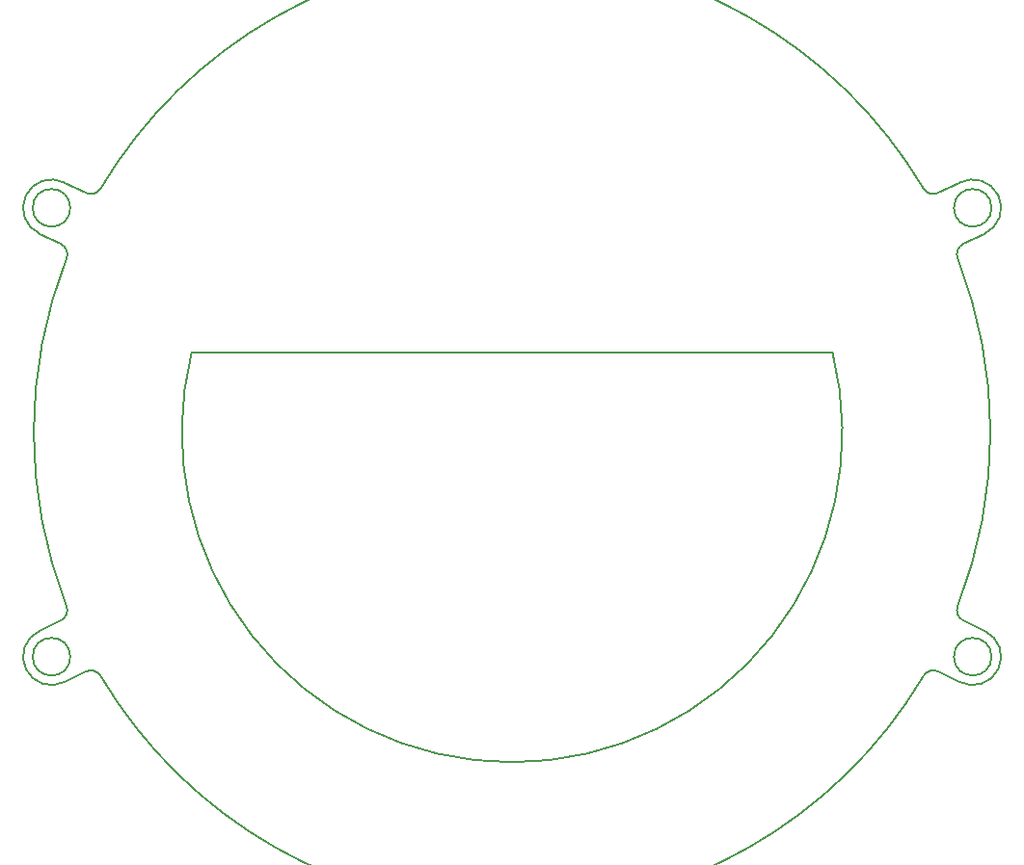
<source format=gbr>
%TF.GenerationSoftware,KiCad,Pcbnew,7.0.9*%
%TF.CreationDate,2024-12-17T14:24:59+09:00*%
%TF.ProjectId,line_main_robot2,6c696e65-5f6d-4616-996e-5f726f626f74,rev?*%
%TF.SameCoordinates,Original*%
%TF.FileFunction,Profile,NP*%
%FSLAX46Y46*%
G04 Gerber Fmt 4.6, Leading zero omitted, Abs format (unit mm)*
G04 Created by KiCad (PCBNEW 7.0.9) date 2024-12-17 14:24:59*
%MOMM*%
%LPD*%
G01*
G04 APERTURE LIST*
%TA.AperFunction,Profile*%
%ADD10C,0.200000*%
%TD*%
G04 APERTURE END LIST*
D10*
X227832629Y-104224972D02*
G75*
G03*
X225641632Y-99732764I-1033029J2276572D01*
G01*
X147558089Y-141401843D02*
G75*
G03*
X147558089Y-141401843I-1650000J0D01*
G01*
X225969272Y-105133749D02*
G75*
G03*
X225476188Y-106396385I438528J-898851D01*
G01*
X225641632Y-99732764D02*
X223778292Y-100641575D01*
X223778263Y-142708766D02*
G75*
G03*
X222479780Y-143097446I-438363J-898834D01*
G01*
X228449553Y-101948439D02*
G75*
G03*
X228449553Y-101948439I-1650000J0D01*
G01*
X214496316Y-114675141D02*
X158211326Y-114675141D01*
X223778292Y-142708707D02*
X225641632Y-143617518D01*
X158211326Y-114675141D02*
G75*
G03*
X214496316Y-114675141I28142495J-7000000D01*
G01*
X147558089Y-101948439D02*
G75*
G03*
X147558089Y-101948439I-1650000J0D01*
G01*
X227832642Y-139125282D02*
X225969302Y-138216471D01*
X146738340Y-138216471D02*
X144875000Y-139125282D01*
X148929350Y-100641575D02*
X147066010Y-99732764D01*
X147066010Y-99732764D02*
G75*
G03*
X144875000Y-104225000I-1157920J-2215676D01*
G01*
X150227864Y-143097446D02*
G75*
G03*
X222479778Y-143097446I36125957J21422305D01*
G01*
X225476228Y-136953913D02*
G75*
G03*
X225969302Y-138216471I931472J-363787D01*
G01*
X147066010Y-143617518D02*
X148929350Y-142708707D01*
X144875000Y-104225000D02*
X146738340Y-105133811D01*
X225641687Y-143617413D02*
G75*
G03*
X227832642Y-139125283I1157913J2215613D01*
G01*
X147231461Y-106396388D02*
G75*
G03*
X146738340Y-105133812I-931461J363788D01*
G01*
X222479762Y-100252846D02*
G75*
G03*
X223778292Y-100641575I860138J510046D01*
G01*
X147231454Y-106396385D02*
G75*
G03*
X147231454Y-136953897I39122366J-15278755D01*
G01*
X144874973Y-139125222D02*
G75*
G03*
X147066010Y-143617518I1033127J-2276578D01*
G01*
X148929335Y-100641606D02*
G75*
G03*
X150227863Y-100252836I438365J898806D01*
G01*
X150227838Y-143097461D02*
G75*
G03*
X148929350Y-142708708I-860138J-510039D01*
G01*
X225969302Y-105133811D02*
X227832642Y-104225000D01*
X146738346Y-138216483D02*
G75*
G03*
X147231453Y-136953897I-438346J898783D01*
G01*
X222479778Y-100252836D02*
G75*
G03*
X150227864Y-100252836I-36125957J-21422305D01*
G01*
X228449553Y-141401843D02*
G75*
G03*
X228449553Y-141401843I-1650000J0D01*
G01*
X225476187Y-136953897D02*
G75*
G03*
X225476188Y-106396385I-39122367J15278757D01*
G01*
M02*

</source>
